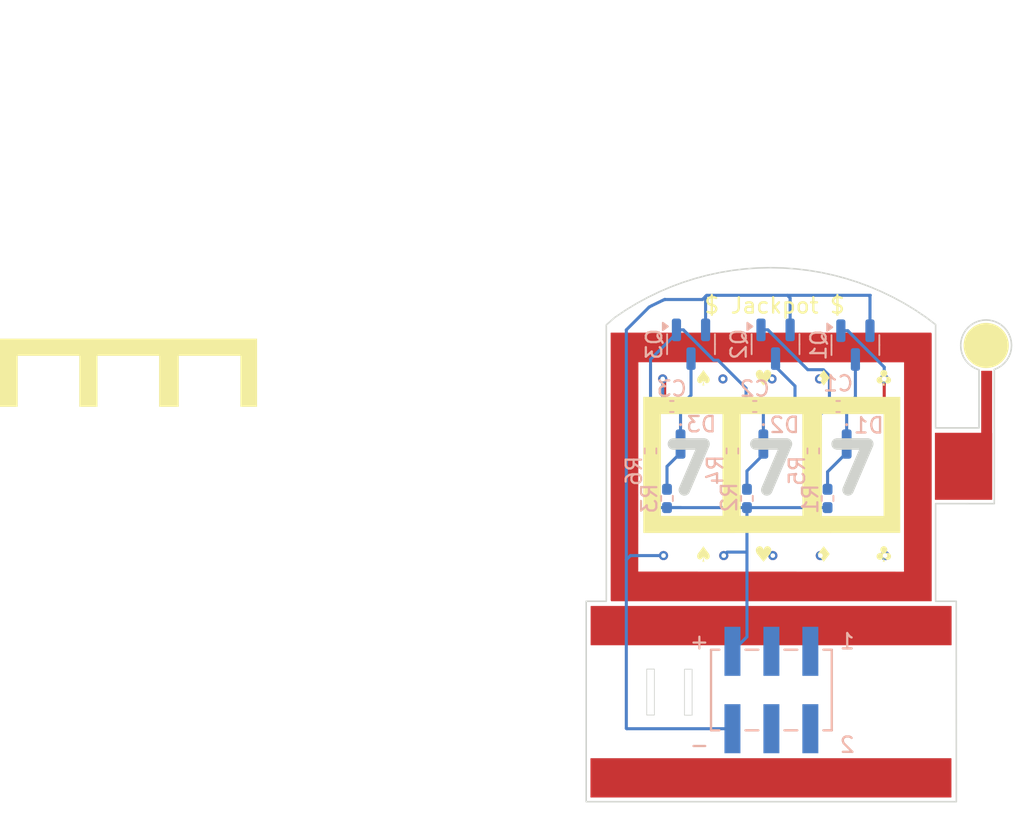
<source format=kicad_pcb>
(kicad_pcb (version 20240108) (generator "pcbnew") (generator_version "8.0")
  (layers (0 "F.Cu" signal) (31 "B.Cu" signal) (34 "B.Paste" user) (35 "F.Paste" user) (36 "B.SilkS" user "B.Silkscreen") (37 "F.SilkS" user "F.Silkscreen") (38 "B.Mask" user) (39 "F.Mask" user) (44 "Edge.Cuts" user))
  (net 0 "")
  (net 1 "GND")
  (net 2 "Net-(D1-A)")
  (net 3 "Net-(D2-A)")
  (net 4 "+3.3V")
  (net 9 "Net-(D1-K)")
  (net 10 "Net-(Q2-B)")
  (net 11 "Net-(D2-K)")
  (net 12 "Net-(Q3-B)")
  (net 13 "Net-(D3-K)")
  (net 14 "Net-(Q1-B)")
  (net 15 "Net-(D3-A)")
  (footprint "LED_SMD:LED_0402_1005Metric_Pad0.77x0.64mm_HandSolder" (layer "B.Cu") (at 119.936278 61.95 -90)
    (property "Reference" "D2" (at -1.2414 -1.378735 0) (layer "B.SilkS") (effects (justify mirror)))
    (property "Value" "LED")
    (fp_circle (center -1.265 0) (end -1.215 0) (stroke (width 0.1)) (fill none) (layer "B.SilkS"))
    (pad "1" smd roundrect (at -0.5725 0 270) (size 0.765 0.64) (layers "B.Cu" "B.Paste" "B.Mask") (net 11 "Net-(D2-K)"))
    (pad "2" smd roundrect (at 0.5725 0 270) (size 0.765 0.64) (layers "B.Cu" "B.Paste" "B.Mask") (net 3 "Net-(D2-A)"))
  )
  (footprint "Resistor_SMD:R_0402_1005Metric_Pad0.72x0.64mm_HandSolder" (layer "B.Cu") (at 117.919689 62.4 90)
    (property "Reference" "R4" (at -1.245512 -1.124172 -90) (layer "B.SilkS") (effects (justify mirror)))
    (property "Value" "10k")
    (fp_line (start 0.167621 -0.38) (end -0.167621 -0.38) (stroke (width 0.12)) (layer "B.SilkS"))
    (fp_line (start 0.167621 0.38) (end -0.167621 0.38) (stroke (width 0.12)) (layer "B.SilkS"))
    (pad "1" smd roundrect (at -0.5975 0 90) (size 0.715 0.64) (layers "B.Cu" "B.Paste" "B.Mask") (net 4 "+3.3V"))
    (pad "2" smd roundrect (at 0.5975 0 90) (size 0.715 0.64) (layers "B.Cu" "B.Paste" "B.Mask") (net 14 "Net-(Q1-B)"))
  )
  (footprint "Capacitor_SMD:C_0402_1005Metric_Pad0.74x0.62mm_HandSolder" (layer "B.Cu") (at 119.374749 59.5 180)
    (property "Reference" "C2" (at 0 1.16 0) (layer "B.SilkS") (effects (justify mirror)))
    (property "Value" "C")
    (fp_line (start 0.115835 0.36) (end -0.115835 0.36) (stroke (width 0.12)) (layer "B.SilkS"))
    (fp_line (start 0.115835 -0.36) (end -0.115835 -0.36) (stroke (width 0.12)) (layer "B.SilkS"))
    (pad "1" smd roundrect (at -0.5675 0 180) (size 0.735 0.62) (layers "B.Cu" "B.Paste" "B.Mask") (net 11 "Net-(D2-K)"))
    (pad "2" smd roundrect (at 0.5675 0 180) (size 0.735 0.62) (layers "B.Cu" "B.Paste" "B.Mask") (net 12 "Net-(Q3-B)"))
  )
  (footprint "Resistor_SMD:R_0402_1005Metric_Pad0.72x0.64mm_HandSolder" (layer "B.Cu") (at 112.578466 62.4 90)
    (property "Reference" "R6" (at -1.30638 -1.07852 -90) (layer "B.SilkS") (effects (justify mirror)))
    (property "Value" "10k")
    (fp_line (start 0.167621 -0.38) (end -0.167621 -0.38) (stroke (width 0.12)) (layer "B.SilkS"))
    (fp_line (start 0.167621 0.38) (end -0.167621 0.38) (stroke (width 0.12)) (layer "B.SilkS"))
    (pad "1" smd roundrect (at -0.5975 0 90) (size 0.715 0.64) (layers "B.Cu" "B.Paste" "B.Mask") (net 4 "+3.3V"))
    (pad "2" smd roundrect (at 0.5975 0 90) (size 0.715 0.64) (layers "B.Cu" "B.Paste" "B.Mask") (net 12 "Net-(Q3-B)"))
  )
  (footprint "Resistor_SMD:R_0402_1005Metric_Pad0.72x0.64mm_HandSolder" (layer "B.Cu") (at 113.652225 65.5 90)
    (property "Reference" "R3" (at 0 -1.152225 90) (layer "B.SilkS") (effects (justify mirror)))
    (property "Value" "330")
    (fp_line (start 0.167621 -0.38) (end -0.167621 -0.38) (stroke (width 0.12)) (layer "B.SilkS"))
    (fp_line (start 0.167621 0.38) (end -0.167621 0.38) (stroke (width 0.12)) (layer "B.SilkS"))
    (pad "1" smd roundrect (at -0.5975 0 90) (size 0.715 0.64) (layers "B.Cu" "B.Paste" "B.Mask") (net 4 "+3.3V"))
    (pad "2" smd roundrect (at 0.5975 0 90) (size 0.715 0.64) (layers "B.Cu" "B.Paste" "B.Mask") (net 15 "Net-(D3-A)"))
  )
  (footprint "Resistor_SMD:R_0402_1005Metric_Pad0.72x0.64mm_HandSolder" (layer "B.Cu") (at 123.192434 62.4 90)
    (property "Reference" "R5" (at -1.291163 -1.055695 90) (layer "B.SilkS") (effects (justify mirror)))
    (property "Value" "10k")
    (fp_line (start 0.167621 -0.38) (end -0.167621 -0.38) (stroke (width 0.12)) (layer "B.SilkS"))
    (fp_line (start 0.167621 0.38) (end -0.167621 0.38) (stroke (width 0.12)) (layer "B.SilkS"))
    (pad "1" smd roundrect (at -0.5975 0 90) (size 0.715 0.64) (layers "B.Cu" "B.Paste" "B.Mask") (net 4 "+3.3V"))
    (pad "2" smd roundrect (at 0.5975 0 90) (size 0.715 0.64) (layers "B.Cu" "B.Paste" "B.Mask") (net 10 "Net-(Q2-B)"))
  )
  (footprint "Resistor_SMD:R_0402_1005Metric_Pad0.72x0.64mm_HandSolder" (layer "B.Cu") (at 124.124116 65.5 90)
    (property "Reference" "R1" (at -0.032996 -1.124116 90) (layer "B.SilkS") (effects (justify mirror)))
    (property "Value" "330")
    (fp_line (start 0.167621 -0.38) (end -0.167621 -0.38) (stroke (width 0.12)) (layer "B.SilkS"))
    (fp_line (start 0.167621 0.38) (end -0.167621 0.38) (stroke (width 0.12)) (layer "B.SilkS"))
    (pad "1" smd roundrect (at -0.5975 0.000001 90) (size 0.715 0.64) (layers "B.Cu" "B.Paste" "B.Mask") (net 4 "+3.3V"))
    (pad "2" smd roundrect (at 0.5975 -0.000001 90) (size 0.715 0.64) (layers "B.Cu" "B.Paste" "B.Mask") (net 2 "Net-(D1-A)"))
  )
  (footprint "Capacitor_SMD:C_0402_1005Metric_Pad0.74x0.62mm_HandSolder" (layer "B.Cu") (at 113.966527 59.5 180)
    (property "Reference" "C3" (at 0 1.16 0) (layer "B.SilkS") (effects (justify mirror)))
    (property "Value" "C")
    (fp_line (start 0.115835 0.36) (end -0.115835 0.36) (stroke (width 0.12)) (layer "B.SilkS"))
    (fp_line (start 0.115835 -0.36) (end -0.115835 -0.36) (stroke (width 0.12)) (layer "B.SilkS"))
    (pad "1" smd roundrect (at -0.5675 0 180) (size 0.735 0.62) (layers "B.Cu" "B.Paste" "B.Mask") (net 13 "Net-(D3-K)"))
    (pad "2" smd roundrect (at 0.5675 0 180) (size 0.735 0.62) (layers "B.Cu" "B.Paste" "B.Mask") (net 14 "Net-(Q1-B)"))
  )
  (footprint "Resistor_SMD:R_0402_1005Metric_Pad0.72x0.64mm_HandSolder" (layer "B.Cu") (at 118.866638 65.5 90)
    (property "Reference" "R2" (at 0.074081 -1.158092 90) (layer "B.SilkS") (effects (justify mirror)))
    (property "Value" "330")
    (fp_line (start 0.167621 -0.38) (end -0.167621 -0.38) (stroke (width 0.12)) (layer "B.SilkS"))
    (fp_line (start 0.167621 0.38) (end -0.167621 0.38) (stroke (width 0.12)) (layer "B.SilkS"))
    (pad "1" smd roundrect (at -0.5975 -0.000001 90) (size 0.715 0.64) (layers "B.Cu" "B.Paste" "B.Mask") (net 4 "+3.3V"))
    (pad "2" smd roundrect (at 0.5975 0.000001 90) (size 0.715 0.64) (layers "B.Cu" "B.Paste" "B.Mask") (net 3 "Net-(D2-A)"))
  )
  (footprint "Capacitor_SMD:C_0402_1005Metric_Pad0.74x0.62mm_HandSolder" (layer "B.Cu") (at 124.812347 59.5 180)
    (property "Reference" "C1" (at 0 1.5 0) (layer "B.SilkS") (effects (justify mirror)))
    (property "Value" "C")
    (fp_line (start 0.115835 0.36) (end -0.115835 0.36) (stroke (width 0.12)) (layer "B.SilkS"))
    (fp_line (start 0.115835 -0.36) (end -0.115835 -0.36) (stroke (width 0.12)) (layer "B.SilkS"))
    (pad "1" smd roundrect (at -0.5675 0 180) (size 0.735 0.62) (layers "B.Cu" "B.Paste" "B.Mask") (net 9 "Net-(D1-K)"))
    (pad "2" smd roundrect (at 0.5675 0 180) (size 0.735 0.62) (layers "B.Cu" "B.Paste" "B.Mask") (net 10 "Net-(Q2-B)"))
  )
  (footprint "LED_SMD:LED_0402_1005Metric_Pad0.77x0.64mm_HandSolder" (layer "B.Cu") (at 114.535594 61.95 -90)
    (property "Reference" "D3" (at -1.287051 -1.346893 0) (layer "B.SilkS") (effects (justify mirror)))
    (property "Value" "LED")
    (fp_circle (center -1.265 0) (end -1.215 0) (stroke (width 0.1)) (fill none) (layer "B.SilkS"))
    (pad "1" smd roundrect (at -0.5725 0 270) (size 0.765 0.64) (layers "B.Cu" "B.Paste" "B.Mask") (net 13 "Net-(D3-K)"))
    (pad "2" smd roundrect (at 0.5725 0 270) (size 0.765 0.64) (layers "B.Cu" "B.Paste" "B.Mask") (net 15 "Net-(D3-A)"))
  )
  (footprint "footprints:SAO Connector SMD" (layer "B.Cu") (at 120.46 78 180)
    (property "Reference" "J1" (hide yes))
    (property "Value" "SAO Connector SMD" (hide yes))
    (fp_line (start 3.937 2.6289) (end 3.937 -2.6289) (stroke (width 0.1524)) (layer "B.SilkS"))
    (fp_line (start 3.937 -2.6289) (end 3.39344 -2.6289) (stroke (width 0.1524)) (layer "B.SilkS"))
    (fp_line (start 3.39344 2.6289) (end 3.937 2.6289) (stroke (width 0.1524)) (layer "B.SilkS"))
    (fp_line (start 1.68656 -2.6289) (end 0.85344 -2.6289) (stroke (width 0.1524)) (layer "B.SilkS"))
    (fp_line (start 0.85344 2.6289) (end 1.68656 2.6289) (stroke (width 0.1524)) (layer "B.SilkS"))
    (fp_line (start -0.85344 -2.6289) (end -1.68656 -2.6289) (stroke (width 0.1524)) (layer "B.SilkS"))
    (fp_line (start -1.68656 2.6289) (end -0.85344 2.6289) (stroke (width 0.1524)) (layer "B.SilkS"))
    (fp_line (start -3.39344 -2.6289) (end -3.937 -2.6289) (stroke (width 0.1524)) (layer "B.SilkS"))
    (fp_line (start -3.937 2.6289) (end -3.39344 2.6289) (stroke (width 0.1524)) (layer "B.SilkS"))
    (fp_line (start -3.937 -2.6289) (end -3.937 2.6289) (stroke (width 0.1524)) (layer "B.SilkS"))
    (fp_text user "1" (at -5.520235 2.586203 0) (layer "B.SilkS") (effects (justify left bottom mirror)))
    (fp_text user "2" (at -5.520235 -4.163797 0) (layer "B.SilkS") (effects (justify left bottom mirror)))
    (fp_text user "-" (at 3.979765 -4.163797 0) (layer "B.SilkS") (effects (justify left bottom mirror)))
    (fp_text user "+" (at 3.979765 2.586203 0) (layer "B.SilkS") (effects (justify left bottom mirror)))
    (pad "1" smd rect (at -2.54 2.524999 180) (size 1.0414 3.2004) (layers "B.Cu" "B.Paste" "B.Mask"))
    (pad "2" smd rect (at -2.54 -2.524999 180) (size 1.0414 3.2004) (layers "B.Cu" "B.Paste" "B.Mask"))
    (pad "3" smd rect (at 0 2.524999 180) (size 1.0414 3.2004) (layers "B.Cu" "B.Paste" "B.Mask"))
    (pad "4" smd rect (at 0 -2.524999 180) (size 1.0414 3.2004) (layers "B.Cu" "B.Paste" "B.Mask"))
    (pad "5" smd rect (at 2.54 2.524999 180) (size 1.0414 3.2004) (layers "B.Cu" "B.Paste" "B.Mask") (net 4 "+3.3V"))
    (pad "6" smd rect (at 2.54 -2.524999 180) (size 1.0414 3.2004) (layers "B.Cu" "B.Paste" "B.Mask") (net 1 "GND"))
  )
  (footprint "LED_SMD:LED_0402_1005Metric_Pad0.77x0.64mm_HandSolder" (layer "B.Cu") (at 125.368702 61.95 -90)
    (property "Reference" "D1" (at -1.210966 -1.439705 180) (layer "B.SilkS") (effects (justify mirror)))
    (property "Value" "LED")
    (fp_circle (center -1.265 0) (end -1.215 0) (stroke (width 0.1)) (fill none) (layer "B.SilkS"))
    (pad "1" smd roundrect (at -0.5725 0 270) (size 0.765 0.64) (layers "B.Cu" "B.Paste" "B.Mask") (net 9 "Net-(D1-K)"))
    (pad "2" smd roundrect (at 0.5725 0 270) (size 0.765 0.64) (layers "B.Cu" "B.Paste" "B.Mask") (net 2 "Net-(D1-A)"))
  )
  (footprint "Package_TO_SOT_SMD:SOT-23" (layer "B.Cu") (at 115.218911 55.4375 -90)
    (property "Reference" "Q3" (at 0 2.4 90) (layer "B.SilkS") (effects (justify mirror)))
    (property "Value" "MMBT3904")
    (fp_line (start -0.65 1.56) (end 0 1.56) (stroke (width 0.12)) (layer "B.SilkS"))
    (fp_line (start 0.65 1.56) (end 0 1.56) (stroke (width 0.12)) (layer "B.SilkS"))
    (fp_line (start -0.65 -1.56) (end 0 -1.56) (stroke (width 0.12)) (layer "B.SilkS"))
    (fp_line (start 0.65 -1.56) (end 0 -1.56) (stroke (width 0.12)) (layer "B.SilkS"))
    (fp_poly (pts (xy -1.1625 1.51) (xy -1.4025 1.84) (xy -0.9225 1.84) (xy -1.1625 1.51)) (stroke (width 0.12)) (fill solid) (layer "B.SilkS"))
    (pad "1" smd roundrect (at -0.9375 0.95 270) (size 1.475 0.6) (layers "B.Cu" "B.Paste" "B.Mask") (net 12 "Net-(Q3-B)"))
    (pad "2" smd roundrect (at -0.9375 -0.95 270) (size 1.475 0.6) (layers "B.Cu" "B.Paste" "B.Mask") (net 1 "GND"))
    (pad "3" smd roundrect (at 0.9375 0 270) (size 1.475 0.6) (layers "B.Cu" "B.Paste" "B.Mask") (net 13 "Net-(D3-K)"))
  )
  (footprint "Package_TO_SOT_SMD:SOT-23" (layer "B.Cu") (at 120.731327 55.4375 -90)
    (property "Reference" "Q2" (at 0 2.4 90) (layer "B.SilkS") (effects (justify mirror)))
    (property "Value" "MMBT3904")
    (fp_line (start -0.65 1.56) (end 0 1.56) (stroke (width 0.12)) (layer "B.SilkS"))
    (fp_line (start 0.65 1.56) (end 0 1.56) (stroke (width 0.12)) (layer "B.SilkS"))
    (fp_line (start -0.65 -1.56) (end 0 -1.56) (stroke (width 0.12)) (layer "B.SilkS"))
    (fp_line (start 0.65 -1.56) (end 0 -1.56) (stroke (width 0.12)) (layer "B.SilkS"))
    (fp_poly (pts (xy -1.1625 1.51) (xy -1.4025 1.84) (xy -0.9225 1.84) (xy -1.1625 1.51)) (stroke (width 0.12)) (fill solid) (layer "B.SilkS"))
    (pad "1" smd roundrect (at -0.9375 0.95 270) (size 1.475 0.6) (layers "B.Cu" "B.Paste" "B.Mask") (net 10 "Net-(Q2-B)"))
    (pad "2" smd roundrect (at -0.9375 -0.95 270) (size 1.475 0.6) (layers "B.Cu" "B.Paste" "B.Mask") (net 1 "GND"))
    (pad "3" smd roundrect (at 0.9375 0 270) (size 1.475 0.6) (layers "B.Cu" "B.Paste" "B.Mask") (net 11 "Net-(D2-K)"))
  )
  (footprint "Package_TO_SOT_SMD:SOT-23" (layer "B.Cu") (at 125.938879 55.491937 -90)
    (property "Reference" "Q1" (at 0 2.4 90) (layer "B.SilkS") (effects (justify mirror)))
    (property "Value" "MMBT3904")
    (fp_line (start -0.65 1.56) (end 0 1.56) (stroke (width 0.12)) (layer "B.SilkS"))
    (fp_line (start 0.65 1.56) (end 0 1.56) (stroke (width 0.12)) (layer "B.SilkS"))
    (fp_line (start -0.65 -1.56) (end 0 -1.56) (stroke (width 0.12)) (layer "B.SilkS"))
    (fp_line (start 0.65 -1.56) (end 0 -1.56) (stroke (width 0.12)) (layer "B.SilkS"))
    (fp_poly (pts (xy -1.1625 1.51) (xy -1.4025 1.84) (xy -0.9225 1.84) (xy -1.1625 1.51)) (stroke (width 0.12)) (fill solid) (layer "B.SilkS"))
    (pad "1" smd roundrect (at -0.9375 0.95 270) (size 1.475 0.6) (layers "B.Cu" "B.Paste" "B.Mask") (net 14 "Net-(Q1-B)"))
    (pad "2" smd roundrect (at -0.9375 -0.95 270) (size 1.475 0.6) (layers "B.Cu" "B.Paste" "B.Mask") (net 1 "GND"))
    (pad "3" smd roundrect (at 0.9375 0 270) (size 1.475 0.6) (layers "B.Cu" "B.Paste" "B.Mask") (net 9 "Net-(D1-K)"))
  )
  (gr_rect (start 108.686645 82.473718) (end 132.175271 84.987251) (stroke (width 0.05)) (fill solid) (layer "F.Cu"))
  (gr_poly (pts (xy 134.830744 61.238346) (xy 134.836539 61.238346) (xy 134.836539 65.564095) (xy 131.148446 65.564095) (xy 131.148446 61.238346) (xy 134.165371 61.238346) (xy 134.165371 57.193673) (xy 134.830744 57.193673)) (stroke (width 0.05)) (fill solid) (layer "F.Cu"))
  (gr_rect (start 108.69727 72.540866) (end 132.185896 75.054399) (stroke (width 0.05)) (fill solid) (layer "F.Cu"))
  (gr_poly (pts (xy 130.86862 54.750263) (xy 130.88858 54.750263) (xy 130.88858 72.184104) (xy 110.023135 72.184104) (xy 110.023135 72.138182) (xy 110.003175 72.138182) (xy 110.003175 70.294248) (xy 111.754276 70.294248) (xy 129.12964 70.300085) (xy 129.137478 56.594196) (xy 111.762115 56.58836) (xy 111.754276 70.294248) (xy 110.003175 70.294248) (xy 110.003175 54.704341) (xy 130.86862 54.704341)) (stroke (width 0.05)) (fill solid) (layer "F.Cu") (net 4))
  (gr_circle (center 134.467135 55.517388) (end 135.915361 55.514811) (stroke (width 0.05)) (fill solid) (layer "F.SilkS"))
  (gr_poly (pts (xy 86.920242 59.518036) (xy 85.833392 59.518036) (xy 85.833392 56.191506) (xy 81.815344 56.191506) (xy 81.815344 59.518036) (xy 80.530886 59.518036) (xy 80.530886 56.191506) (xy 76.512838 56.191506) (xy 76.512838 59.518036) (xy 75.327185 59.518036) (xy 75.327185 56.191506) (xy 71.309137 56.191506) (xy 71.309137 59.518036) (xy 70.156418 59.518036) (xy 70.156418 55.071722) (xy 86.920242 55.071722)) (fill solid) (layer "F.SilkS"))
  (gr_poly (pts (xy 128.864662 63.318535) (xy 128.862189 63.318535) (xy 128.862189 67.747512) (xy 112.10587 67.753309) (xy 112.100838 63.310449) (xy 113.253557 63.310449) (xy 113.25928 66.636997) (xy 117.275928 66.636997) (xy 117.271605 63.310467) (xy 118.458318 63.310467) (xy 118.458318 66.636997) (xy 122.480761 66.636997) (xy 122.480761 63.318535) (xy 123.755887 63.318535) (xy 123.752703 66.64451) (xy 127.778331 66.642793) (xy 127.778331 63.318535) (xy 127.777812 63.318535) (xy 127.777812 59.992005) (xy 123.759764 59.992005) (xy 123.755887 63.318535) (xy 122.480761 63.318535) (xy 122.475306 59.992005) (xy 118.457258 59.992005) (xy 118.457258 63.310467) (xy 117.271605 63.310467) (xy 117.271605 59.992005) (xy 113.253557 59.992005) (xy 113.253557 63.310449) (xy 112.100838 63.310449) (xy 112.100838 58.872221) (xy 128.864662 58.872221)) (fill solid) (layer "F.SilkS"))
  (gr_rect (start 112.329577 76.632083) (end 112.829577 79.632083) (stroke (width 0.05)) (fill none) (layer "Edge.Cuts"))
  (gr_poly (pts (xy 134.722723 53.872748) (xy 134.976012 53.933558) (xy 135.216669 54.033241) (xy 135.438769 54.169344) (xy 135.636844 54.338516) (xy 135.806016 54.536591) (xy 135.942119 54.758691) (xy 136.041802 54.999348) (xy 136.102612 55.252637) (xy 136.123049 55.512319) (xy 136.102612 55.772001) (xy 136.041802 56.02529) (xy 135.942119 56.265947) (xy 135.806016 56.488047) (xy 135.636844 56.686122) (xy 135.438769 56.855294) (xy 135.216669 56.991397) (xy 134.991222 57.08478) (xy 134.999999 57.08478) (xy 134.997287 60.918856) (xy 134.999999 60.905218) (xy 134.997287 65.839684) (xy 131.169559 65.836811) (xy 131.169559 72.206312) (xy 132.516978 72.206312) (xy 132.522198 85.286071) (xy 108.383187 85.286071) (xy 108.383187 72.205883) (xy 109.696057 72.206312) (xy 109.696057 54.327164) (xy 109.695523 54.175422) (xy 110.252444 53.686026) (xy 110.942225 53.219168) (xy 111.653439 52.785661) (xy 112.384475 52.386485) (xy 113.133677 52.022545) (xy 113.899347 51.694666) (xy 114.67975 51.403591) (xy 115.47312 51.149978) (xy 116.277658 50.934403) (xy 117.091543 50.757353) (xy 117.91293 50.61923) (xy 118.739959 50.520346) (xy 119.570756 50.460927) (xy 120.40344 50.441105) (xy 121.236124 50.460927) (xy 122.066921 50.520346) (xy 122.89395 50.61923) (xy 123.715337 50.757353) (xy 124.529222 50.934403) (xy 125.33376 51.149978) (xy 126.12713 51.403591) (xy 126.907533 51.694666) (xy 127.673203 52.022545) (xy 128.422405 52.386485) (xy 129.153441 52.785661) (xy 129.864655 53.219168) (xy 130.554436 53.686026) (xy 131.16981 54.158034) (xy 131.169559 54.327164) (xy 131.169559 60.896588) (xy 134.00037 60.895671) (xy 133.999971 57.10306) (xy 133.95007 57.09108) (xy 133.709413 56.991397) (xy 133.487313 56.855294) (xy 133.289238 56.686122) (xy 133.120066 56.488047) (xy 132.983963 56.265947) (xy 132.88428 56.02529) (xy 132.82347 55.772001) (xy 132.803033 55.512319) (xy 132.82347 55.252637) (xy 132.88428 54.999348) (xy 132.983963 54.758691) (xy 133.120066 54.536591) (xy 133.289238 54.338516) (xy 133.487313 54.169344) (xy 133.709413 54.033241) (xy 133.95007 53.933558) (xy 134.203359 53.872748) (xy 134.463041 53.852311)) (stroke (width 0.1)) (fill none) (layer "Edge.Cuts"))
  (gr_poly (pts (xy 126.748882 61.569833) (xy 126.750353 61.569658) (xy 126.753812 61.570156) (xy 126.794727 61.572838) (xy 126.820666 61.579788) (xy 126.847247 61.583618) (xy 126.867747 61.592403) (xy 126.889286 61.598175) (xy 126.912539 61.6116) (xy 126.937226 61.62218) (xy 126.954752 61.635971) (xy 126.974066 61.647122) (xy 126.993056 61.666112) (xy 127.014158 61.682717) (xy 127.027516 61.700572) (xy 127.043288 61.716344) (xy 127.056714 61.739599) (xy 127.072802 61.761103) (xy 127.081085 61.781812) (xy 127.092235 61.801124) (xy 127.099184 61.827059) (xy 127.109159 61.851996) (xy 127.1118 61.874142) (xy 127.117572 61.895683) (xy 127.117572 61.922538) (xy 127.120752 61.949202) (xy 127.117572 61.971273) (xy 127.117572 61.993577) (xy 127.110621 62.019517) (xy 127.106792 62.046096) (xy 127.093139 62.084761) (xy 127.092235 62.088136) (xy 127.091495 62.089417) (xy 127.09046 62.092349) (xy 125.804745 65.09235) (xy 125.782516 65.136075) (xy 125.721979 65.213008) (xy 125.643593 65.271652) (xy 125.5527 65.308009) (xy 125.455494 65.319602) (xy 125.358599 65.305642) (xy 125.268621 65.26708) (xy 125.191688 65.206543) (xy 125.133044 65.128157) (xy 125.096687 65.037264) (xy 125.085094 64.940058) (xy 125.099054 64.843163) (xy 125.115387 64.79691) (xy 126.177078 62.31963) (xy 124.74578 62.31963) (xy 124.696833 62.316422) (xy 124.602274 62.291085) (xy 124.517494 62.242138) (xy 124.448272 62.172916) (xy 124.399325 62.088136) (xy 124.373988 61.993577) (xy 124.373988 61.895683) (xy 124.399325 61.801124) (xy 124.448272 61.716344) (xy 124.517494 61.647122) (xy 124.602274 61.598175) (xy 124.696833 61.572838) (xy 124.74578 61.56963) (xy 126.74578 61.56963)) (fill solid) (layer "Edge.Cuts"))
  (gr_rect (start 114.791951 76.644986) (end 115.291951 79.644986) (stroke (width 0.05)) (fill none) (layer "Edge.Cuts"))
  (gr_poly (pts (xy 116.071804 61.569833) (xy 116.073275 61.569658) (xy 116.076734 61.570156) (xy 116.117649 61.572838) (xy 116.143588 61.579788) (xy 116.170169 61.583618) (xy 116.190669 61.592403) (xy 116.212208 61.598175) (xy 116.235461 61.6116) (xy 116.260148 61.62218) (xy 116.277674 61.635971) (xy 116.296988 61.647122) (xy 116.315978 61.666112) (xy 116.33708 61.682717) (xy 116.350438 61.700572) (xy 116.36621 61.716344) (xy 116.379636 61.739599) (xy 116.395724 61.761103) (xy 116.404007 61.781812) (xy 116.415157 61.801124) (xy 116.422106 61.827059) (xy 116.432081 61.851996) (xy 116.434722 61.874142) (xy 116.440494 61.895683) (xy 116.440494 61.922538) (xy 116.443674 61.949202) (xy 116.440494 61.971273) (xy 116.440494 61.993577) (xy 116.433543 62.019517) (xy 116.429714 62.046096) (xy 116.416061 62.084761) (xy 116.415157 62.088136) (xy 116.414417 62.089417) (xy 116.413382 62.092349) (xy 115.127667 65.09235) (xy 115.105438 65.136075) (xy 115.044901 65.213008) (xy 114.966515 65.271652) (xy 114.875622 65.308009) (xy 114.778416 65.319602) (xy 114.681521 65.305642) (xy 114.591543 65.26708) (xy 114.51461 65.206543) (xy 114.455966 65.128157) (xy 114.419609 65.037264) (xy 114.408016 64.940058) (xy 114.421976 64.843163) (xy 114.438309 64.79691) (xy 115.5 62.31963) (xy 114.068702 62.31963) (xy 114.019755 62.316422) (xy 113.925196 62.291085) (xy 113.840416 62.242138) (xy 113.771194 62.172916) (xy 113.722247 62.088136) (xy 113.69691 61.993577) (xy 113.69691 61.895683) (xy 113.722247 61.801124) (xy 113.771194 61.716344) (xy 113.840416 61.647122) (xy 113.925196 61.598175) (xy 114.019755 61.572838) (xy 114.068702 61.56963) (xy 116.068702 61.56963)) (fill solid) (layer "Edge.Cuts"))
  (gr_poly (pts (xy 121.446376 61.569833) (xy 121.447847 61.569658) (xy 121.451306 61.570156) (xy 121.492221 61.572838) (xy 121.51816 61.579788) (xy 121.544741 61.583618) (xy 121.565241 61.592403) (xy 121.58678 61.598175) (xy 121.610033 61.6116) (xy 121.63472 61.62218) (xy 121.652246 61.635971) (xy 121.67156 61.647122) (xy 121.69055 61.666112) (xy 121.711652 61.682717) (xy 121.72501 61.700572) (xy 121.740782 61.716344) (xy 121.754208 61.739599) (xy 121.770296 61.761103) (xy 121.778579 61.781812) (xy 121.789729 61.801124) (xy 121.796678 61.827059) (xy 121.806653 61.851996) (xy 121.809294 61.874142) (xy 121.815066 61.895683) (xy 121.815066 61.922538) (xy 121.818246 61.949202) (xy 121.815066 61.971273) (xy 121.815066 61.993577) (xy 121.808115 62.019517) (xy 121.804286 62.046096) (xy 121.790633 62.084761) (xy 121.789729 62.088136) (xy 121.788989 62.089417) (xy 121.787954 62.092349) (xy 120.502239 65.09235) (xy 120.48001 65.136075) (xy 120.419473 65.213008) (xy 120.341087 65.271652) (xy 120.250194 65.308009) (xy 120.152988 65.319602) (xy 120.056093 65.305642) (xy 119.966115 65.26708) (xy 119.889182 65.206543) (xy 119.830538 65.128157) (xy 119.794181 65.037264) (xy 119.782588 64.940058) (xy 119.796548 64.843163) (xy 119.812881 64.79691) (xy 120.874572 62.31963) (xy 119.443274 62.31963) (xy 119.394327 62.316422) (xy 119.299768 62.291085) (xy 119.214988 62.242138) (xy 119.145766 62.172916) (xy 119.096819 62.088136) (xy 119.071482 61.993577) (xy 119.071482 61.895683) (xy 119.096819 61.801124) (xy 119.145766 61.716344) (xy 119.214988 61.647122) (xy 119.299768 61.598175) (xy 119.394327 61.572838) (xy 119.443274 61.56963) (xy 121.443274 61.56963)) (fill solid) (layer "Edge.Cuts"))
  (gr_text "$ Jackpot $" (at 116 53.5 0) (layer "F.SilkS") (effects (font (size 1 1)) (justify left bottom)))
  (gr_text "♠      ♥      ♦      ♣ " (at 115.4 69.803897 0) (layer "F.SilkS") (effects (font (size 1 1)) (justify left bottom)))
  (gr_text "♠      ♥      ♦      ♣ " (at 115.4 58.301678 0) (layer "F.SilkS") (effects (font (size 1 1)) (justify left bottom)))
  (via (at 123.653027 69.227659) (size 0.6) (drill 0.3) (layers "F.Cu" "B.Cu") (net 0))
  (via (at 127.871793 69.227659) (size 0.6) (drill 0.3) (layers "F.Cu" "B.Cu") (net 0))
  (via (at 123.6 57.7) (size 0.6) (drill 0.3) (layers "F.Cu" "B.Cu") (net 0))
  (via (at 120.5 57.7) (size 0.6) (drill 0.3) (layers "F.Cu" "B.Cu") (net 0))
  (via (at 117.3 57.7) (size 0.6) (drill 0.3) (layers "F.Cu" "B.Cu") (net 0))
  (via (at 120.553027 69.227659) (size 0.6) (drill 0.3) (layers "F.Cu" "B.Cu") (net 0))
  (via (at 113.425638 69.227659) (size 0.6) (drill 0.3) (layers "F.Cu" "B.Cu") (net 1))
  (segment (start 111 80.5) (end 111 69.5) (width 0.2) (layer "B.Cu") (net 1))
  (segment (start 116.168911 52.314077) (end 116.168911 54.732469) (width 0.2) (layer "B.Cu") (net 1))
  (segment (start 111 54.5) (end 112.484527 53.015473) (width 0.2) (layer "B.Cu") (net 1))
  (segment (start 113.512865 52.512865) (end 113.506649 52.515527) (width 0.2) (layer "B.Cu") (net 1))
  (segment (start 113.425638 69.227659) (end 111.272341 69.227659) (width 0.2) (layer "B.Cu") (net 1))
  (segment (start 112.659477 52.919943) (end 113.383006 52.568474) (width 0.2) (layer "B.Cu") (net 1))
  (segment (start 113.506649 52.515527) (end 113.5 52.518374) (width 0.2) (layer "B.Cu") (net 1))
  (segment (start 113.5 52.518374) (end 115.964614 52.518374) (width 0.2) (layer "B.Cu") (net 1))
  (segment (start 113.383006 52.568474) (end 113.5 52.518374) (width 0.2) (layer "B.Cu") (net 1))
  (segment (start 111.272341 69.227659) (end 111 69.5) (width 0.2) (layer "B.Cu") (net 1))
  (segment (start 121.681327 54.732469) (end 121.681327 52.423375) (width 0.2) (layer "B.Cu") (net 1))
  (segment (start 111.024999 80.524999) (end 111 80.5) (width 0.2) (layer "B.Cu") (net 1))
  (segment (start 111 69.5) (end 111 54.5) (width 0.2) (layer "B.Cu") (net 1))
  (segment (start 126.888879 54.786906) (end 126.888879 52.339376) (width 0.2) (layer "B.Cu") (net 1))
  (segment (start 126.91324 52.242048) (end 121.5 52.242048) (width 0.2) (layer "B.Cu") (net 1))
  (segment (start 116.24094 52.242048) (end 116.168911 52.314077) (width 0.2) (layer "B.Cu") (net 1))
  (segment (start 117.92 80.524999) (end 111.024999 80.524999) (width 0.2) (layer "B.Cu") (net 1))
  (segment (start 121.681327 52.423375) (end 121.5 52.242048) (width 0.2) (layer "B.Cu") (net 1))
  (segment (start 126.888879 52.339376) (end 126.874245 52.333109) (width 0.2) (layer "B.Cu") (net 1))
  (segment (start 121.5 52.242048) (end 116.24094 52.242048) (width 0.2) (layer "B.Cu") (net 1))
  (segment (start 112.484527 53.015473) (end 112.659477 52.919943) (width 0.2) (layer "B.Cu") (net 1))
  (segment (start 115.964614 52.518374) (end 116.168911 52.314077) (width 0.2) (layer "B.Cu") (net 1))
  (segment (start 124.124115 64.9025) (end 124.124115 63.761916) (width 0.2) (layer "B.Cu") (net 2))
  (segment (start 124.124115 63.761916) (end 125.368702 62.517329) (width 0.2) (layer "B.Cu") (net 2))
  (segment (start 118.866639 63.7074) (end 119.936278 62.637761) (width 0.2) (layer "B.Cu") (net 3))
  (segment (start 118.866639 64.9025) (end 118.866639 63.7074) (width 0.2) (layer "B.Cu") (net 3))
  (via (at 117.353027 69.227659) (size 0.6) (drill 0.3) (layers "F.Cu" "B.Cu") (net 4))
  (segment (start 118.866637 69) (end 117.580686 69) (width 0.2) (layer "B.Cu") (net 4))
  (segment (start 118.866637 66.0975) (end 117.5 66.0975) (width 0.2) (layer "B.Cu") (net 4))
  (segment (start 112.5 66) (end 112.5975 66.0975) (width 0.2) (layer "B.Cu") (net 4))
  (segment (start 112.578466 62.9975) (end 112.578466 65.921534) (width 0.2) (layer "B.Cu") (net 4))
  (segment (start 117.580686 69) (end 117.353027 69.227659) (width 0.2) (layer "B.Cu") (net 4))
  (segment (start 112.5975 66.0975) (end 113.652225 66.0975) (width 0.2) (layer "B.Cu") (net 4))
  (segment (start 118.866637 74.528364) (end 117.92 75.475001) (width 0.2) (layer "B.Cu") (net 4))
  (segment (start 123.192434 65.905066) (end 123 66.0975) (width 0.2) (layer "B.Cu") (net 4))
  (segment (start 118.866637 69) (end 118.866637 74.528364) (width 0.2) (layer "B.Cu") (net 4))
  (segment (start 124.124117 66.0975) (end 123 66.0975) (width 0.2) (layer "B.Cu") (net 4))
  (segment (start 117.5 66.0975) (end 113.652225 66.0975) (width 0.2) (layer "B.Cu") (net 4))
  (segment (start 113.652225 66.0975) (end 114.567498 66.0975) (width 0.2) (layer "B.Cu") (net 4))
  (segment (start 112.578466 65.921534) (end 112.5 66) (width 0.2) (layer "B.Cu") (net 4))
  (segment (start 117.919689 62.9975) (end 117.919689 65.677811) (width 0.2) (layer "B.Cu") (net 4))
  (segment (start 117.919689 65.677811) (end 117.5 66.0975) (width 0.2) (layer "B.Cu") (net 4))
  (segment (start 123 66.0975) (end 118.866637 66.0975) (width 0.2) (layer "B.Cu") (net 4))
  (segment (start 118.866637 66.0975) (end 118.866637 69) (width 0.2) (layer "B.Cu") (net 4))
  (segment (start 123.192434 62.9975) (end 123.192434 65.905066) (width 0.2) (layer "B.Cu") (net 4))
  (segment (start 125.938879 56.661906) (end 125.938879 58.874287) (width 0.2) (layer "B.Cu") (net 9))
  (segment (start 125.938879 58.874287) (end 125.379847 59.433319) (width 0.2) (layer "B.Cu") (net 9))
  (segment (start 125.368702 59.444464) (end 125.379847 59.433319) (width 0.2) (layer "B.Cu") (net 9))
  (segment (start 125.368702 61.372329) (end 125.368702 59.444464) (width 0.2) (layer "B.Cu") (net 9))
  (segment (start 119.781327 54.5) (end 120.234379 54.5) (width 0.2) (layer "B.Cu") (net 10))
  (segment (start 123.192434 61.8025) (end 123.192434 60.485732) (width 0.2) (layer "B.Cu") (net 10))
  (segment (start 124.244847 57.496318) (end 124.244847 59.5) (width 0.2) (layer "B.Cu") (net 10))
  (segment (start 123.848529 57.1) (end 124.244847 57.496318) (width 0.2) (layer "B.Cu") (net 10))
  (segment (start 120.234379 54.5) (end 122.834379 57.1) (width 0.2) (layer "B.Cu") (net 10))
  (segment (start 123.192434 60.485732) (end 124.244847 59.433319) (width 0.2) (layer "B.Cu") (net 10))
  (segment (start 122.834379 57.1) (end 123.848529 57.1) (width 0.2) (layer "B.Cu") (net 10))
  (segment (start 120.731327 56.895857) (end 122 58.16453) (width 0.2) (layer "B.Cu") (net 11))
  (segment (start 119.936278 61.492761) (end 119.936278 59.459579) (width 0.2) (layer "B.Cu") (net 11))
  (segment (start 119.988641 59.5) (end 119.942249 59.453608) (width 0.2) (layer "B.Cu") (net 11))
  (segment (start 119.936278 59.459579) (end 119.942249 59.453608) (width 0.2) (layer "B.Cu") (net 11))
  (segment (start 122 59.5) (end 119.988641 59.5) (width 0.2) (layer "B.Cu") (net 11))
  (segment (start 122 58.16453) (end 122 59.5) (width 0.2) (layer "B.Cu") (net 11))
  (segment (start 120.731327 56.607469) (end 120.731327 56.895857) (width 0.2) (layer "B.Cu") (net 11))
  (segment (start 112.578466 58.5) (end 112.578466 56.422914) (width 0.2) (layer "B.Cu") (net 12))
  (segment (start 116.7 56.478037) (end 116.978037 56.478037) (width 0.2) (layer "B.Cu") (net 12))
  (segment (start 112.578466 61.8025) (end 112.578466 58.5) (width 0.2) (layer "B.Cu") (net 12))
  (segment (start 114.721963 54.5) (end 116.7 56.478037) (width 0.2) (layer "B.Cu") (net 12))
  (segment (start 116.978037 56.478037) (end 118.807249 58.307249) (width 0.2) (layer "B.Cu") (net 12))
  (segment (start 114.268911 54.5) (end 114.721963 54.5) (width 0.2) (layer "B.Cu") (net 12))
  (segment (start 112.578466 56.422914) (end 114.268911 54.732469) (width 0.2) (layer "B.Cu") (net 12))
  (segment (start 118.807249 58.307249) (end 118.807249 59.5) (width 0.2) (layer "B.Cu") (net 12))
  (segment (start 115.218911 58.761485) (end 114.534027 59.446369) (width 0.2) (layer "B.Cu") (net 13))
  (segment (start 114.535594 59.447936) (end 114.534027 59.446369) (width 0.2) (layer "B.Cu") (net 13))
  (segment (start 114.535594 61.381936) (end 114.535594 59.447936) (width 0.2) (layer "B.Cu") (net 13))
  (segment (start 115.218911 56.607469) (end 115.218911 58.761485) (width 0.2) (layer "B.Cu") (net 13))
  (segment (start 113.5 59) (end 113.5 57.827389) (width 0.2) (layer "F.Cu") (net 14))
  (segment (start 127.818766 57.7) (end 127.818766 59.181234) (width 0.2) (layer "F.Cu") (net 14))
  (segment (start 127.5 59.5) (end 114 59.5) (width 0.2) (layer "F.Cu") (net 14))
  (segment (start 114 59.5) (end 113.5 59) (width 0.2) (layer "F.Cu") (net 14))
  (segment (start 113.5 57.827389) (end 113.372611 57.7) (width 0.2) (layer "F.Cu") (net 14))
  (segment (start 127.818766 59.181234) (end 127.5 59.5) (width 0.2) (layer "F.Cu") (net 14))
  (via (at 113.372611 57.7) (size 0.6) (drill 0.3) (layers "F.Cu" "B.Cu") (net 14))
  (via (at 127.818766 57.7) (size 0.6) (drill 0.3) (layers "F.Cu" "B.Cu") (net 14))
  (segment (start 113.372611 57.9) (end 113.372611 59.419953) (width 0.2) (layer "B.Cu") (net 14))
  (segment (start 127.818766 56.931272) (end 127.818766 57.9) (width 0.2) (layer "B.Cu") (net 14))
  (segment (start 125.441931 54.554437) (end 127.818766 56.931272) (width 0.2) (layer "B.Cu") (net 14))
  (segment (start 113.372611 59.419953) (end 113.399027 59.446369) (width 0.2) (layer "B.Cu") (net 14))
  (segment (start 124.988879 54.554437) (end 125.441931 54.554437) (width 0.2) (layer "B.Cu") (net 14))
  (segment (start 113.652225 63.410305) (end 114.535594 62.526936) (width 0.2) (layer "B.Cu") (net 15))
  (segment (start 113.652225 64.9025) (end 113.652225 63.410305) (width 0.2) (layer "B.Cu") (net 15))
)
</source>
